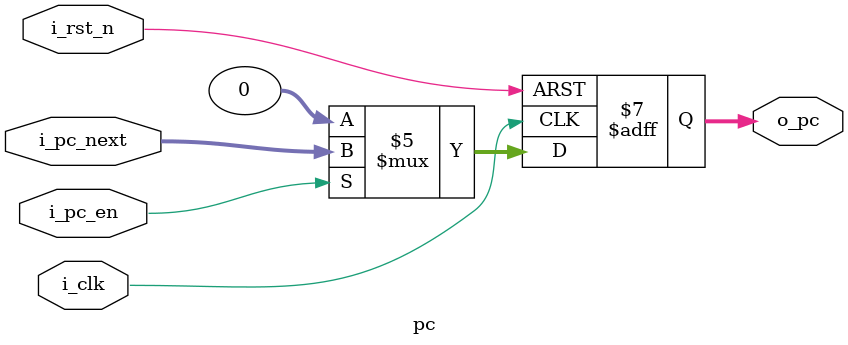
<source format=sv>
module pc(
    input logic         i_clk,
    input logic         i_rst_n,
    input logic [31:0]  i_pc_next,

    input logic         i_pc_en,

    output logic [31:0] o_pc
);

always_ff @( posedge i_clk or negedge i_rst_n ) begin : clock_pc
    if(~i_rst_n) begin
        o_pc = 32'd0;
    end else if(~i_pc_en) begin
        o_pc = 32'd0;
    end else begin
        o_pc = i_pc_next;
    end
end

endmodule

</source>
